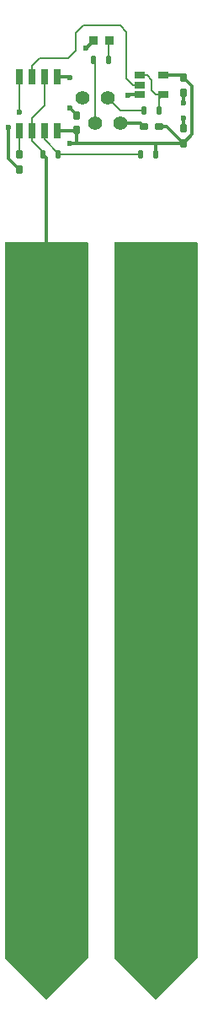
<source format=gtl>
%FSLAX46Y46*%
%MOMM*%
%ADD10C,0.200000*%
%ADD11C,0.350000*%
%AMPS14*
1,1,1.400000,0.000000,0.000000*
%
%ADD14PS14*%
%AMPS15*
21,1,0.700000,1.000000,0.000000,0.000000,270.000000*
%
%ADD15PS15*%
%AMPS13*
21,1,0.800000,0.800000,0.000000,0.000000,0.000000*
%
%ADD13PS13*%
%AMPS18*
21,1,0.600000,1.500000,0.000000,0.000000,0.000000*
%
%ADD18PS18*%
%AMPS17*
21,1,0.600000,1.500000,0.000000,0.000000,180.000000*
%
%ADD17PS17*%
%AMPS22*
1,1,0.600000,0.000000,0.000000*
%
%ADD22PS22*%
%AMPS16*
1,1,0.360000,0.195000,0.220000*
1,1,0.360000,-0.195000,-0.220000*
1,1,0.360000,-0.195000,0.220000*
21,1,0.800000,0.390000,0.000000,0.000000,90.000000*
21,1,0.440000,0.750000,0.000000,0.000000,90.000000*
1,1,0.360000,0.195000,-0.220000*
%
%ADD16PS16*%
%AMPS19*
1,1,0.360000,-0.220000,0.195000*
1,1,0.360000,0.220000,-0.195000*
1,1,0.360000,-0.220000,-0.195000*
21,1,0.800000,0.390000,0.000000,0.000000,180.000000*
21,1,0.440000,0.750000,0.000000,0.000000,180.000000*
1,1,0.360000,0.220000,0.195000*
%
%ADD19PS19*%
%AMPS21*
1,1,0.360000,-0.195000,-0.220000*
1,1,0.360000,0.195000,0.220000*
1,1,0.360000,0.195000,-0.220000*
21,1,0.800000,0.390000,0.000000,0.000000,270.000000*
21,1,0.440000,0.750000,0.000000,0.000000,270.000000*
1,1,0.360000,-0.195000,0.220000*
%
%ADD21PS21*%
%AMPS20*
1,1,0.240000,0.130000,-0.330000*
1,1,0.240000,-0.130000,0.330000*
1,1,0.240000,0.130000,0.330000*
21,1,0.500000,0.660000,0.000000,0.000000,0.000000*
21,1,0.260000,0.900000,0.000000,0.000000,0.000000*
1,1,0.240000,-0.130000,-0.330000*
%
%ADD20PS20*%
%AMPS12*
1,1,0.240000,-0.130000,0.330000*
1,1,0.240000,0.130000,-0.330000*
1,1,0.240000,-0.130000,-0.330000*
21,1,0.500000,0.660000,0.000000,0.000000,180.000000*
21,1,0.260000,0.900000,0.000000,0.000000,180.000000*
1,1,0.240000,0.130000,0.330000*
%
%ADD12PS12*%
G01*
%LPD*%
G36*
X5501594Y-80020159D02*
X5540466Y-80011619D01*
X5570711Y-79990883D01*
X9660711Y-75900883D01*
X9682690Y-75867703D01*
X9690000Y-75830172D01*
X9690000Y-4100000D01*
X9682080Y-4060996D01*
X9659575Y-4028171D01*
X9626048Y-4006723D01*
X9590000Y-4000000D01*
X1410000Y-4000000D01*
X1370996Y-4007920D01*
X1338171Y-4030425D01*
X1316723Y-4063952D01*
X1310000Y-4100000D01*
X1310000Y-75830172D01*
X1317920Y-75869176D01*
X1339289Y-75900883D01*
X5429289Y-79990883D01*
X5462469Y-80012862D01*
X5501594Y-80020159D01*
D02*
G37*
%LPD*%
G36*
X-5498406Y-80020159D02*
X-5459534Y-80011619D01*
X-5429289Y-79990883D01*
X-1339289Y-75900883D01*
X-1317310Y-75867703D01*
X-1310000Y-75830172D01*
X-1310000Y-4100000D01*
X-1317920Y-4060996D01*
X-1340425Y-4028171D01*
X-1373952Y-4006723D01*
X-1410000Y-4000000D01*
X-9590000Y-4000000D01*
X-9629004Y-4007920D01*
X-9661829Y-4030425D01*
X-9683277Y-4063952D01*
X-9690000Y-4100000D01*
X-9690000Y-75830172D01*
X-9682080Y-75869176D01*
X-9660711Y-75900883D01*
X-5570711Y-79990883D01*
X-5537531Y-80012862D01*
X-5498406Y-80020159D01*
D02*
G37*
G01*
%LPD*%
D10*
X-2540000Y17002000D02*
X-2540000Y15224000D01*
D11*
X6616000Y7604000D02*
X8255000Y5965000D01*
D11*
X3949000Y7985000D02*
X4330000Y7604000D01*
D10*
X-3302000Y14462000D02*
X-6223000Y14462000D01*
D11*
X8267000Y12545000D02*
X9144000Y11668000D01*
D10*
X-8255000Y7190000D02*
X-8255000Y4810000D01*
D11*
X-4445000Y12590000D02*
X-3208000Y12590000D01*
D10*
X750000Y16190000D02*
X800000Y16240000D01*
D11*
X-5500000Y4480000D02*
X-5500000Y-4500000D01*
D10*
X-4330000Y4949000D02*
X-4330000Y4810000D01*
D10*
X-5715000Y9763000D02*
X-6985000Y8493000D01*
D10*
X-6223000Y14462000D02*
X-6985000Y13700000D01*
D10*
X2540000Y17129000D02*
X1905000Y17764000D01*
D11*
X-2560000Y7190000D02*
X-2500000Y7250000D01*
D10*
X-6985000Y6207000D02*
X-5830000Y5052000D01*
D10*
X5830000Y10395000D02*
X6280000Y10845000D01*
D10*
X-6985000Y7190000D02*
X-6985000Y6207000D01*
D11*
X9144000Y11668000D02*
X9144000Y6854000D01*
D10*
X635000Y10525000D02*
X1905000Y9255000D01*
D11*
X8243000Y5953000D02*
X8255000Y5965000D01*
D11*
X-2500000Y7250000D02*
X-2440000Y7250000D01*
D10*
X1905000Y17764000D02*
X-1778000Y17764000D01*
D10*
X-4330000Y4810000D02*
X3980000Y4810000D01*
D11*
X-9349995Y4404995D02*
X-9349995Y7493000D01*
D11*
X-2500000Y6040000D02*
X-2413000Y5953000D01*
D11*
X2733000Y10845000D02*
X2667000Y10779000D01*
D10*
X-5715000Y6334000D02*
X-4330000Y4949000D01*
D11*
X-3208000Y12590000D02*
X-3175000Y12557000D01*
D11*
X9144000Y6854000D02*
X8255000Y5965000D01*
D11*
X5480000Y5933000D02*
X5500000Y5953000D01*
D11*
X3880000Y10845000D02*
X2733000Y10845000D01*
D10*
X-635000Y14220000D02*
X-750000Y14335000D01*
D10*
X3880000Y12745000D02*
X4638000Y12745000D01*
D11*
X6280000Y12745000D02*
X8055000Y12745000D01*
D11*
X-5830000Y4810000D02*
X-5500000Y4480000D01*
D11*
X-2500000Y7250000D02*
X-2500000Y6040000D01*
D11*
X8255000Y7465000D02*
X8255000Y8493000D01*
D11*
X8055000Y12745000D02*
X8255000Y12545000D01*
D10*
X6280000Y10845000D02*
X5522000Y10845000D01*
D10*
X3880000Y11795000D02*
X3180000Y11795000D01*
D10*
X-6985000Y8493000D02*
X-6985000Y7190000D01*
D11*
X-2413000Y5953000D02*
X5500000Y5953000D01*
D11*
X-4445000Y7190000D02*
X-2560000Y7190000D01*
D11*
X8255000Y12545000D02*
X8267000Y12545000D01*
D10*
X5522000Y10845000D02*
X5080000Y11287000D01*
D10*
X-8255000Y12590000D02*
X-8255000Y9017000D01*
D10*
X-2540000Y15224000D02*
X-3302000Y14462000D01*
D10*
X5830000Y9255000D02*
X5830000Y10395000D01*
D11*
X5480000Y4810000D02*
X5480000Y5933000D01*
D11*
X-8255000Y3310000D02*
X-9349995Y4404995D01*
D10*
X1905000Y9255000D02*
X4330000Y9255000D01*
D11*
X-2500000Y8834000D02*
X-3175000Y9509000D01*
D11*
X8255000Y11045000D02*
X8255000Y10017000D01*
D11*
X-2500000Y8750000D02*
X-2500000Y8834000D01*
D10*
X2540000Y12435000D02*
X2540000Y17129000D01*
D10*
X-6985000Y13700000D02*
X-6985000Y12590000D01*
D11*
X-3175000Y5953000D02*
X-2413000Y5953000D01*
D11*
X-800000Y16202000D02*
X-1524000Y15478000D01*
D11*
X-2500000Y7250000D02*
X-2500000Y7056000D01*
D10*
X-5715000Y12590000D02*
X-5715000Y9763000D01*
D10*
X-5830000Y5052000D02*
X-5830000Y4810000D01*
D11*
X1905000Y7985000D02*
X3949000Y7985000D01*
D10*
X3180000Y11795000D02*
X2540000Y12435000D01*
D11*
X-2500000Y7250000D02*
X-2500000Y7183000D01*
D10*
X750000Y14335000D02*
X750000Y16190000D01*
D10*
X5080000Y11287000D02*
X5080000Y12303000D01*
D11*
X5830000Y7604000D02*
X6616000Y7604000D01*
D10*
X-1778000Y17764000D02*
X-2540000Y17002000D01*
D11*
X5500000Y5953000D02*
X8243000Y5953000D01*
D10*
X-635000Y7985000D02*
X-635000Y14220000D01*
D10*
X4638000Y12745000D02*
X5080000Y12303000D01*
D11*
X-800000Y16240000D02*
X-800000Y16202000D01*
D10*
X-5715000Y7190000D02*
X-5715000Y6334000D01*
G75*
D12*
X-4330000Y4810000D03*
D12*
X-5830000Y4810000D03*
D13*
X-800000Y16240000D03*
D13*
X800000Y16240000D03*
D14*
X1905000Y7985000D03*
D14*
X-1905000Y10525000D03*
D14*
X-635000Y7985000D03*
D14*
X635000Y10525000D03*
D15*
X3880000Y11795000D03*
D15*
X6280000Y10845000D03*
D15*
X3880000Y12745000D03*
D15*
X6280000Y12745000D03*
D15*
X3880000Y10845000D03*
D16*
X8255000Y7465000D03*
D16*
X8255000Y5965000D03*
D12*
X5830000Y9255000D03*
D12*
X4330000Y9255000D03*
D17*
X-5715000Y12590000D03*
D17*
X-8255000Y12590000D03*
D18*
X-5715000Y7190000D03*
D17*
X-4445000Y12590000D03*
D17*
X-6985000Y12590000D03*
D18*
X-8255000Y7190000D03*
D18*
X-6985000Y7190000D03*
D18*
X-4445000Y7190000D03*
D12*
X5480000Y4810000D03*
D12*
X3980000Y4810000D03*
D19*
X4330000Y7604000D03*
D19*
X5830000Y7604000D03*
D16*
X-2500000Y8750000D03*
D16*
X-2500000Y7250000D03*
D20*
X-750000Y14335000D03*
D20*
X750000Y14335000D03*
D21*
X-8255000Y3310000D03*
D21*
X-8255000Y4810000D03*
D21*
X8255000Y11045000D03*
D21*
X8255000Y12545000D03*
D22*
X-3175000Y12557000D03*
D22*
X-3175000Y5953000D03*
D22*
X9000000Y-4500000D03*
D22*
X2667000Y10779000D03*
D22*
X8255000Y8493000D03*
D22*
X5500000Y-4500000D03*
D22*
X8255000Y10017000D03*
D22*
X-3175000Y9509000D03*
D22*
X-1524000Y15478000D03*
D22*
X-8255000Y9017000D03*
D22*
X-5500000Y-4500000D03*
D22*
X-9000000Y-4500000D03*
D22*
X-2000000Y-4500000D03*
D22*
X2000000Y-4500000D03*
D22*
X-9349995Y7493000D03*
M02*

</source>
